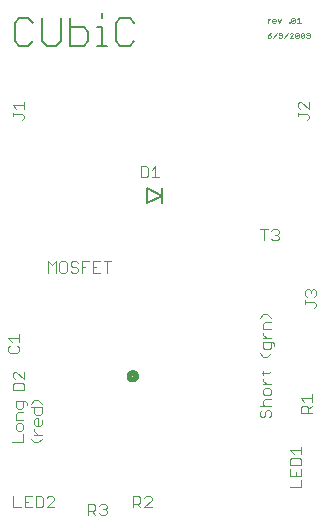
<source format=gto>
G75*
G70*
%OFA0B0*%
%FSLAX24Y24*%
%IPPOS*%
%LPD*%
%AMOC8*
5,1,8,0,0,1.08239X$1,22.5*
%
%ADD10C,0.0080*%
%ADD11C,0.0030*%
%ADD12C,0.0160*%
%ADD13C,0.0060*%
%ADD14C,0.0020*%
D10*
X004704Y020939D02*
X005011Y020939D01*
X005165Y021092D01*
X005472Y021092D02*
X005625Y020939D01*
X005932Y020939D01*
X006086Y021092D01*
X006086Y021859D01*
X006393Y021859D02*
X006393Y020939D01*
X006853Y020939D01*
X007006Y021092D01*
X007006Y021399D01*
X006853Y021552D01*
X006393Y021552D01*
X005472Y021859D02*
X005472Y021092D01*
X005165Y021706D02*
X005011Y021859D01*
X004704Y021859D01*
X004551Y021706D01*
X004551Y021092D01*
X004704Y020939D01*
X007313Y020939D02*
X007620Y020939D01*
X007467Y020939D02*
X007467Y021552D01*
X007313Y021552D01*
X007467Y021859D02*
X007467Y022013D01*
X007927Y021706D02*
X007927Y021092D01*
X008081Y020939D01*
X008387Y020939D01*
X008541Y021092D01*
X008541Y021706D02*
X008387Y021859D01*
X008081Y021859D01*
X007927Y021706D01*
D11*
X004762Y005545D02*
X004515Y005545D01*
X004515Y005916D01*
X004883Y005916D02*
X004883Y005545D01*
X005130Y005545D01*
X005251Y005545D02*
X005437Y005545D01*
X005498Y005607D01*
X005498Y005854D01*
X005437Y005916D01*
X005251Y005916D01*
X005251Y005545D01*
X005006Y005731D02*
X004883Y005731D01*
X004883Y005916D02*
X005130Y005916D01*
X005620Y005854D02*
X005681Y005916D01*
X005805Y005916D01*
X005867Y005854D01*
X005867Y005792D01*
X005620Y005545D01*
X005867Y005545D01*
X007001Y005666D02*
X007001Y005295D01*
X007001Y005419D02*
X007187Y005419D01*
X007248Y005481D01*
X007248Y005604D01*
X007187Y005666D01*
X007001Y005666D01*
X007125Y005419D02*
X007248Y005295D01*
X007370Y005357D02*
X007431Y005295D01*
X007555Y005295D01*
X007617Y005357D01*
X007617Y005419D01*
X007555Y005481D01*
X007493Y005481D01*
X007555Y005481D02*
X007617Y005542D01*
X007617Y005604D01*
X007555Y005666D01*
X007431Y005666D01*
X007370Y005604D01*
X008501Y005545D02*
X008501Y005916D01*
X008687Y005916D01*
X008748Y005854D01*
X008748Y005731D01*
X008687Y005669D01*
X008501Y005669D01*
X008625Y005669D02*
X008748Y005545D01*
X008870Y005545D02*
X009117Y005792D01*
X009117Y005854D01*
X009055Y005916D01*
X008931Y005916D01*
X008870Y005854D01*
X008870Y005545D02*
X009117Y005545D01*
X005456Y007839D02*
X005333Y007715D01*
X005209Y007715D01*
X005086Y007839D01*
X005209Y007961D02*
X005456Y007961D01*
X005333Y007961D02*
X005209Y008084D01*
X005209Y008146D01*
X005271Y008268D02*
X005209Y008329D01*
X005209Y008453D01*
X005271Y008514D01*
X005333Y008514D01*
X005333Y008268D01*
X005394Y008268D02*
X005271Y008268D01*
X005394Y008268D02*
X005456Y008329D01*
X005456Y008453D01*
X005394Y008636D02*
X005271Y008636D01*
X005209Y008698D01*
X005209Y008883D01*
X005086Y008883D02*
X005456Y008883D01*
X005456Y008698D01*
X005394Y008636D01*
X005456Y009004D02*
X005333Y009128D01*
X005209Y009128D01*
X005086Y009004D01*
X004961Y009025D02*
X004900Y009087D01*
X004591Y009087D01*
X004591Y008901D01*
X004653Y008840D01*
X004776Y008840D01*
X004838Y008901D01*
X004838Y009087D01*
X004961Y009025D02*
X004961Y008963D01*
X004838Y008718D02*
X004653Y008718D01*
X004591Y008657D01*
X004591Y008471D01*
X004838Y008471D01*
X004776Y008350D02*
X004653Y008350D01*
X004591Y008288D01*
X004591Y008165D01*
X004653Y008103D01*
X004776Y008103D01*
X004838Y008165D01*
X004838Y008288D01*
X004776Y008350D01*
X004838Y007982D02*
X004838Y007735D01*
X004468Y007735D01*
X004488Y009459D02*
X004488Y009644D01*
X004549Y009706D01*
X004796Y009706D01*
X004858Y009644D01*
X004858Y009459D01*
X004488Y009459D01*
X004549Y009827D02*
X004488Y009889D01*
X004488Y010012D01*
X004549Y010074D01*
X004611Y010074D01*
X004858Y009827D01*
X004858Y010074D01*
X004646Y010695D02*
X004708Y010757D01*
X004708Y010881D01*
X004646Y010942D01*
X004708Y011064D02*
X004708Y011311D01*
X004708Y011187D02*
X004338Y011187D01*
X004461Y011064D01*
X004399Y010942D02*
X004338Y010881D01*
X004338Y010757D01*
X004399Y010695D01*
X004646Y010695D01*
X005680Y013374D02*
X005680Y013745D01*
X005803Y013621D01*
X005927Y013745D01*
X005927Y013374D01*
X006048Y013436D02*
X006110Y013374D01*
X006233Y013374D01*
X006295Y013436D01*
X006295Y013683D01*
X006233Y013745D01*
X006110Y013745D01*
X006048Y013683D01*
X006048Y013436D01*
X006416Y013436D02*
X006478Y013374D01*
X006601Y013374D01*
X006663Y013436D01*
X006663Y013498D01*
X006601Y013559D01*
X006478Y013559D01*
X006416Y013621D01*
X006416Y013683D01*
X006478Y013745D01*
X006601Y013745D01*
X006663Y013683D01*
X006785Y013745D02*
X007031Y013745D01*
X007153Y013745D02*
X007153Y013374D01*
X007400Y013374D01*
X007276Y013559D02*
X007153Y013559D01*
X007153Y013745D02*
X007400Y013745D01*
X007521Y013745D02*
X007768Y013745D01*
X007645Y013745D02*
X007645Y013374D01*
X006908Y013559D02*
X006785Y013559D01*
X006785Y013374D02*
X006785Y013745D01*
X008751Y016545D02*
X008937Y016545D01*
X008998Y016607D01*
X008998Y016854D01*
X008937Y016916D01*
X008751Y016916D01*
X008751Y016545D01*
X009120Y016545D02*
X009367Y016545D01*
X009243Y016545D02*
X009243Y016916D01*
X009120Y016792D01*
X012738Y014816D02*
X012985Y014816D01*
X012861Y014816D02*
X012861Y014445D01*
X013106Y014507D02*
X013168Y014445D01*
X013291Y014445D01*
X013353Y014507D01*
X013353Y014569D01*
X013291Y014631D01*
X013230Y014631D01*
X013291Y014631D02*
X013353Y014692D01*
X013353Y014754D01*
X013291Y014816D01*
X013168Y014816D01*
X013106Y014754D01*
X014299Y012824D02*
X014361Y012824D01*
X014423Y012762D01*
X014485Y012824D01*
X014546Y012824D01*
X014608Y012762D01*
X014608Y012639D01*
X014546Y012577D01*
X014423Y012701D02*
X014423Y012762D01*
X014299Y012824D02*
X014238Y012762D01*
X014238Y012639D01*
X014299Y012577D01*
X014238Y012456D02*
X014238Y012332D01*
X014238Y012394D02*
X014546Y012394D01*
X014608Y012332D01*
X014608Y012271D01*
X014546Y012209D01*
X013214Y011001D02*
X013214Y010939D01*
X013214Y011001D02*
X013152Y011063D01*
X012843Y011063D01*
X012843Y010877D01*
X012905Y010816D01*
X013029Y010816D01*
X013090Y010877D01*
X013090Y011063D01*
X013090Y011184D02*
X012843Y011184D01*
X012843Y011307D02*
X012843Y011369D01*
X012843Y011307D02*
X012967Y011184D01*
X013090Y011491D02*
X012843Y011491D01*
X012843Y011676D01*
X012905Y011738D01*
X013090Y011738D01*
X013090Y011859D02*
X012967Y011983D01*
X012843Y011983D01*
X012720Y011859D01*
X012720Y010694D02*
X012843Y010570D01*
X012967Y010570D01*
X013090Y010694D01*
X013090Y010080D02*
X013029Y010018D01*
X012782Y010018D01*
X012843Y009956D02*
X012843Y010080D01*
X012843Y009835D02*
X012843Y009773D01*
X012967Y009649D01*
X013090Y009649D02*
X012843Y009649D01*
X012905Y009528D02*
X012843Y009466D01*
X012843Y009343D01*
X012905Y009281D01*
X013029Y009281D01*
X013090Y009343D01*
X013090Y009466D01*
X013029Y009528D01*
X012905Y009528D01*
X012905Y009160D02*
X013090Y009160D01*
X012905Y009160D02*
X012843Y009098D01*
X012843Y008975D01*
X012905Y008913D01*
X012967Y008791D02*
X013029Y008791D01*
X013090Y008730D01*
X013090Y008606D01*
X013029Y008545D01*
X012905Y008606D02*
X012905Y008730D01*
X012967Y008791D01*
X013090Y008913D02*
X012720Y008913D01*
X012782Y008791D02*
X012720Y008730D01*
X012720Y008606D01*
X012782Y008545D01*
X012843Y008545D01*
X012905Y008606D01*
X013738Y007451D02*
X014108Y007451D01*
X014108Y007574D02*
X014108Y007327D01*
X014046Y007206D02*
X013799Y007206D01*
X013738Y007144D01*
X013738Y006959D01*
X014108Y006959D01*
X014108Y007144D01*
X014046Y007206D01*
X013861Y007327D02*
X013738Y007451D01*
X013738Y006837D02*
X013738Y006591D01*
X014108Y006591D01*
X014108Y006837D01*
X013923Y006714D02*
X013923Y006591D01*
X014108Y006469D02*
X014108Y006222D01*
X013738Y006222D01*
X014088Y008695D02*
X014088Y008881D01*
X014149Y008942D01*
X014273Y008942D01*
X014335Y008881D01*
X014335Y008695D01*
X014458Y008695D02*
X014088Y008695D01*
X014335Y008819D02*
X014458Y008942D01*
X014458Y009064D02*
X014458Y009311D01*
X014458Y009187D02*
X014088Y009187D01*
X014211Y009064D01*
X014296Y018459D02*
X014358Y018521D01*
X014358Y018582D01*
X014296Y018644D01*
X013988Y018644D01*
X013988Y018582D02*
X013988Y018706D01*
X014049Y018827D02*
X013988Y018889D01*
X013988Y019012D01*
X014049Y019074D01*
X014111Y019074D01*
X014358Y018827D01*
X014358Y019074D01*
X004858Y019074D02*
X004858Y018827D01*
X004858Y018951D02*
X004488Y018951D01*
X004611Y018827D01*
X004488Y018706D02*
X004488Y018582D01*
X004488Y018644D02*
X004796Y018644D01*
X004858Y018582D01*
X004858Y018521D01*
X004796Y018459D01*
D12*
X008356Y009930D02*
X008358Y009951D01*
X008363Y009971D01*
X008373Y009990D01*
X008385Y010007D01*
X008400Y010021D01*
X008418Y010033D01*
X008437Y010041D01*
X008457Y010046D01*
X008478Y010047D01*
X008499Y010044D01*
X008519Y010038D01*
X008537Y010028D01*
X008554Y010015D01*
X008568Y009999D01*
X008578Y009981D01*
X008586Y009961D01*
X008590Y009940D01*
X008590Y009920D01*
X008586Y009899D01*
X008578Y009879D01*
X008568Y009861D01*
X008554Y009845D01*
X008537Y009832D01*
X008519Y009822D01*
X008499Y009816D01*
X008478Y009813D01*
X008457Y009814D01*
X008437Y009819D01*
X008418Y009827D01*
X008400Y009839D01*
X008385Y009853D01*
X008373Y009870D01*
X008363Y009889D01*
X008358Y009909D01*
X008356Y009930D01*
D13*
X008973Y015680D02*
X009473Y015930D01*
X008973Y016180D01*
X008973Y015680D01*
X009473Y015680D02*
X009473Y016180D01*
D14*
X013013Y021190D02*
X012983Y021220D01*
X012983Y021281D01*
X013073Y021281D01*
X013103Y021251D01*
X013103Y021220D01*
X013073Y021190D01*
X013013Y021190D01*
X012983Y021281D02*
X013043Y021341D01*
X013103Y021371D01*
X013287Y021371D02*
X013167Y021190D01*
X013351Y021220D02*
X013381Y021190D01*
X013441Y021190D01*
X013471Y021220D01*
X013471Y021341D01*
X013441Y021371D01*
X013381Y021371D01*
X013351Y021341D01*
X013351Y021311D01*
X013381Y021281D01*
X013471Y021281D01*
X013535Y021190D02*
X013655Y021371D01*
X013720Y021341D02*
X013750Y021371D01*
X013810Y021371D01*
X013840Y021341D01*
X013840Y021311D01*
X013720Y021190D01*
X013840Y021190D01*
X013904Y021220D02*
X014024Y021341D01*
X014024Y021220D01*
X013994Y021190D01*
X013934Y021190D01*
X013904Y021220D01*
X013904Y021341D01*
X013934Y021371D01*
X013994Y021371D01*
X014024Y021341D01*
X014088Y021341D02*
X014118Y021371D01*
X014178Y021371D01*
X014208Y021341D01*
X014088Y021220D01*
X014118Y021190D01*
X014178Y021190D01*
X014208Y021220D01*
X014208Y021341D01*
X014272Y021341D02*
X014272Y021311D01*
X014302Y021281D01*
X014392Y021281D01*
X014392Y021341D02*
X014362Y021371D01*
X014302Y021371D01*
X014272Y021341D01*
X014392Y021341D02*
X014392Y021220D01*
X014362Y021190D01*
X014302Y021190D01*
X014272Y021220D01*
X014088Y021220D02*
X014088Y021341D01*
X014085Y021690D02*
X013965Y021690D01*
X014025Y021690D02*
X014025Y021871D01*
X013965Y021811D01*
X013901Y021841D02*
X013781Y021720D01*
X013811Y021690D01*
X013871Y021690D01*
X013901Y021720D01*
X013901Y021841D01*
X013871Y021871D01*
X013811Y021871D01*
X013781Y021841D01*
X013781Y021720D01*
X013719Y021720D02*
X013719Y021690D01*
X013689Y021690D01*
X013689Y021720D01*
X013719Y021720D01*
X013441Y021811D02*
X013381Y021690D01*
X013321Y021811D01*
X013256Y021781D02*
X013256Y021751D01*
X013136Y021751D01*
X013136Y021781D02*
X013166Y021811D01*
X013226Y021811D01*
X013256Y021781D01*
X013226Y021690D02*
X013166Y021690D01*
X013136Y021720D01*
X013136Y021781D01*
X013073Y021811D02*
X013043Y021811D01*
X012983Y021751D01*
X012983Y021811D02*
X012983Y021690D01*
M02*

</source>
